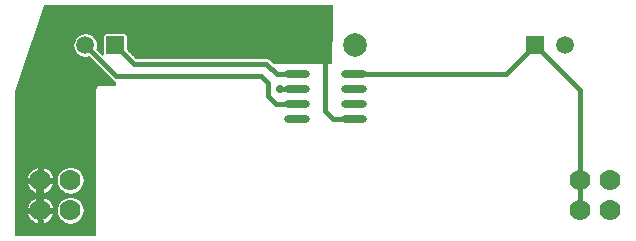
<source format=gbl>
%FSLAX33Y33*%
%MOMM*%
%AMRect-W1500000-H1500000-RO1.000*
21,1,1.5,1.5,0.,0.,180*%
%AMRR-H2200001-W599999-R299999-RO0.500*
21,1,0.000001,2.200001,0.,0.,270*
21,1,0.599999,1.600003,0.,0.,270*
1,1,0.599998,0.8000015,0.0000005*
1,1,0.599998,0.8000015,-0.0000005*
1,1,0.599998,-0.8000015,-0.0000005*
1,1,0.599998,-0.8000015,0.0000005*%
%ADD10C,0.0508*%
%ADD11C,0.4064*%
%ADD12C,0.635*%
%ADD13C,0.7112*%
%ADD14R,2.X2.*%
%ADD15C,2.*%
%ADD16R,1.5X1.5*%
%ADD17C,1.5*%
%ADD18C,1.778*%
%ADD19C,1.5*%
%ADD20Rect-W1500000-H1500000-RO1.000*%
%ADD21RR-H2200001-W599999-R299999-RO0.500*%
D10*
%LNpour fill*%
G01*
X7174Y12700D02*
X7174Y12700D01*
X7174Y12700*
X7183Y12787*
X7183Y12787*
X7208Y12871*
X7208Y12871*
X7249Y12948*
X7249Y12948*
X7305Y13015*
X7305Y13015*
X7372Y13071*
X7372Y13071*
X7449Y13112*
X7449Y13112*
X7533Y13137*
X7533Y13137*
X7620Y13146*
X7620Y13146*
X8890Y13146*
X8890Y13423*
X8816Y13445*
X8816Y13445*
X8737Y13487*
X8737Y13487*
X8667Y13544*
X8667Y13544*
X6654Y15557*
X6471Y15512*
X6471Y15512*
X6229Y15512*
X6229Y15512*
X5994Y15570*
X5994Y15570*
X5779Y15683*
X5779Y15683*
X5598Y15843*
X5598Y15843*
X5460Y16043*
X5460Y16043*
X5374Y16269*
X5374Y16269*
X5345Y16510*
X5345Y16510*
X5374Y16751*
X5374Y16751*
X5460Y16977*
X5460Y16977*
X5598Y17177*
X5598Y17177*
X5779Y17337*
X5779Y17337*
X5994Y17450*
X5994Y17450*
X6229Y17508*
X6229Y17508*
X6471Y17508*
X6471Y17508*
X6706Y17450*
X6706Y17450*
X6921Y17337*
X6921Y17337*
X7102Y17177*
X7102Y17177*
X7240Y16977*
X7240Y16977*
X7326Y16751*
X7326Y16751*
X7355Y16510*
X7355Y16510*
X7326Y16269*
X7326Y16269*
X7302Y16206*
X7807Y15702*
X7885Y15734*
X7885Y17260*
X7885Y17260*
X7888Y17300*
X7888Y17300*
X7897Y17339*
X7897Y17339*
X7913Y17376*
X7913Y17376*
X7933Y17410*
X7934Y17410*
X7960Y17440*
X7960Y17440*
X7990Y17466*
X7990Y17467*
X8024Y17487*
X8024Y17487*
X8061Y17503*
X8061Y17503*
X8100Y17512*
X8100Y17512*
X8140Y17515*
X8140Y17515*
X9640Y17515*
X9640Y17515*
X9680Y17512*
X9680Y17512*
X9719Y17503*
X9719Y17503*
X9756Y17487*
X9756Y17487*
X9790Y17467*
X9790Y17466*
X9820Y17440*
X9820Y17440*
X9846Y17410*
X9847Y17410*
X9867Y17376*
X9867Y17376*
X9883Y17339*
X9883Y17339*
X9892Y17300*
X9892Y17300*
X9895Y17260*
X9895Y17260*
X9895Y16153*
X10655Y15394*
X21692Y15394*
X21692Y15394*
X21781Y15385*
X21781Y15385*
X21867Y15359*
X21867Y15359*
X21946Y15316*
X21946Y15316*
X22016Y15259*
X22016Y15259*
X22289Y14986*
X27178Y14986*
X27249Y19874*
X2861Y19874*
X0446Y12628*
X0446Y0446*
X7174Y0446*
X7174Y12700*
X5218Y3944D02*
X4942Y3944D01*
X4674Y4010*
X4430Y4139*
X4224Y4321*
X4067Y4548*
X3969Y4806*
X3936Y5080*
X3969Y5354*
X4067Y5612*
X4224Y5839*
X4430Y6021*
X4674Y6150*
X4942Y6216*
X5218Y6216*
X5486Y6150*
X5730Y6021*
X5936Y5839*
X6093Y5612*
X6191Y5354*
X6224Y5080*
X6191Y4806*
X6093Y4548*
X5936Y4321*
X5730Y4139*
X5486Y4010*
X5218Y3944*
X2740Y3960D02*
X2740Y4261D01*
X2340Y4261*
X2340Y3960*
X2134Y4010*
X1890Y4139*
X1684Y4321*
X1527Y4548*
X1429Y4806*
X1420Y4880*
X1714Y4880*
X1714Y5280*
X1420Y5280*
X1429Y5354*
X1527Y5612*
X1684Y5839*
X1890Y6021*
X2134Y6150*
X2340Y6200*
X2340Y5899*
X2740Y5899*
X2740Y6200*
X2946Y6150*
X3190Y6021*
X3396Y5839*
X3553Y5612*
X3651Y5354*
X3660Y5280*
X3365Y5280*
X3365Y4880*
X3660Y4880*
X3651Y4806*
X3553Y4548*
X3396Y4321*
X3190Y4139*
X2946Y4010*
X2740Y3960*
X5218Y1404D02*
X4942Y1404D01*
X4674Y1470*
X4430Y1599*
X4224Y1781*
X4067Y2008*
X3969Y2266*
X3936Y2540*
X3969Y2814*
X4067Y3072*
X4224Y3299*
X4430Y3481*
X4674Y3610*
X4942Y3676*
X5218Y3676*
X5486Y3610*
X5730Y3481*
X5936Y3299*
X6093Y3072*
X6191Y2814*
X6224Y2540*
X6191Y2266*
X6093Y2008*
X5936Y1781*
X5730Y1599*
X5486Y1470*
X5218Y1404*
X2740Y1420D02*
X2740Y1721D01*
X2340Y1721*
X2340Y1420*
X2134Y1470*
X1890Y1599*
X1684Y1781*
X1527Y2008*
X1429Y2266*
X1420Y2340*
X1714Y2340*
X1714Y2740*
X1420Y2740*
X1429Y2814*
X1527Y3072*
X1684Y3299*
X1890Y3481*
X2134Y3610*
X2340Y3660*
X2340Y3359*
X2740Y3359*
X2740Y3660*
X2946Y3610*
X3190Y3481*
X3396Y3299*
X3553Y3072*
X3651Y2814*
X3660Y2740*
X3365Y2740*
X3365Y2340*
X3660Y2340*
X3651Y2266*
X3553Y2008*
X3396Y1781*
X3190Y1599*
X2946Y1470*
X2740Y1420*
X0446Y0495D02*
X7175Y0495D01*
X0446Y0545D02*
X7175Y0545D01*
X0446Y0594D02*
X7175Y0594D01*
X0446Y0644D02*
X7175Y0644D01*
X0446Y0693D02*
X7175Y0693D01*
X0446Y0743D02*
X7175Y0743D01*
X0446Y0792D02*
X7175Y0792D01*
X0446Y0842D02*
X7175Y0842D01*
X0446Y0891D02*
X7175Y0891D01*
X0446Y0941D02*
X7175Y0941D01*
X0446Y0990D02*
X7175Y0990D01*
X0446Y1040D02*
X7175Y1040D01*
X0446Y1089D02*
X7175Y1089D01*
X0446Y1139D02*
X7175Y1139D01*
X0446Y1188D02*
X7175Y1188D01*
X0446Y1238D02*
X7175Y1238D01*
X0446Y1288D02*
X7175Y1288D01*
X0446Y1337D02*
X7175Y1337D01*
X0446Y1387D02*
X7175Y1387D01*
X0446Y1436D02*
X2272Y1436D01*
X2340Y1436D02*
X2740Y1436D01*
X2808Y1436D02*
X4812Y1436D01*
X5348Y1436D02*
X7175Y1436D01*
X0446Y1486D02*
X2105Y1486D01*
X2340Y1486D02*
X2740Y1486D01*
X2975Y1486D02*
X4645Y1486D01*
X5515Y1486D02*
X7175Y1486D01*
X0446Y1535D02*
X2010Y1535D01*
X2340Y1535D02*
X2740Y1535D01*
X3070Y1535D02*
X4550Y1535D01*
X5610Y1535D02*
X7175Y1535D01*
X0446Y1585D02*
X1916Y1585D01*
X2340Y1585D02*
X2740Y1585D01*
X3164Y1585D02*
X4456Y1585D01*
X5704Y1585D02*
X7175Y1585D01*
X0446Y1634D02*
X1849Y1634D01*
X2340Y1634D02*
X2740Y1634D01*
X3231Y1634D02*
X4389Y1634D01*
X5771Y1634D02*
X7175Y1634D01*
X0446Y1684D02*
X1794Y1684D01*
X2340Y1684D02*
X2740Y1684D01*
X3286Y1684D02*
X4334Y1684D01*
X5826Y1684D02*
X7175Y1684D01*
X0446Y1733D02*
X1738Y1733D01*
X3342Y1733D02*
X4278Y1733D01*
X5882Y1733D02*
X7175Y1733D01*
X0446Y1783D02*
X1682Y1783D01*
X3398Y1783D02*
X4222Y1783D01*
X5938Y1783D02*
X7175Y1783D01*
X0446Y1832D02*
X1648Y1832D01*
X3432Y1832D02*
X4188Y1832D01*
X5972Y1832D02*
X7175Y1832D01*
X0446Y1882D02*
X1614Y1882D01*
X3466Y1882D02*
X4154Y1882D01*
X6006Y1882D02*
X7175Y1882D01*
X0446Y1931D02*
X1580Y1931D01*
X3500Y1931D02*
X4120Y1931D01*
X6040Y1931D02*
X7175Y1931D01*
X0446Y1981D02*
X1546Y1981D01*
X3534Y1981D02*
X4086Y1981D01*
X6074Y1981D02*
X7175Y1981D01*
X0446Y2030D02*
X1518Y2030D01*
X3562Y2030D02*
X4058Y2030D01*
X6102Y2030D02*
X7175Y2030D01*
X0446Y2080D02*
X1500Y2080D01*
X3580Y2080D02*
X4040Y2080D01*
X6120Y2080D02*
X7175Y2080D01*
X0446Y2130D02*
X1481Y2130D01*
X3599Y2130D02*
X4021Y2130D01*
X6139Y2130D02*
X7175Y2130D01*
X0446Y2179D02*
X1462Y2179D01*
X3618Y2179D02*
X4002Y2179D01*
X6158Y2179D02*
X7175Y2179D01*
X0446Y2229D02*
X1443Y2229D01*
X3637Y2229D02*
X3983Y2229D01*
X6177Y2229D02*
X7175Y2229D01*
X0446Y2278D02*
X1428Y2278D01*
X3652Y2278D02*
X3968Y2278D01*
X6192Y2278D02*
X7175Y2278D01*
X0446Y2328D02*
X1422Y2328D01*
X3658Y2328D02*
X3962Y2328D01*
X6198Y2328D02*
X7175Y2328D01*
X0446Y2377D02*
X1714Y2377D01*
X3366Y2377D02*
X3956Y2377D01*
X6204Y2377D02*
X7175Y2377D01*
X0446Y2427D02*
X1714Y2427D01*
X3366Y2427D02*
X3950Y2427D01*
X6210Y2427D02*
X7175Y2427D01*
X0446Y2476D02*
X1714Y2476D01*
X3366Y2476D02*
X3943Y2476D01*
X6217Y2476D02*
X7175Y2476D01*
X0446Y2526D02*
X1714Y2526D01*
X3366Y2526D02*
X3937Y2526D01*
X6223Y2526D02*
X7175Y2526D01*
X0446Y2575D02*
X1714Y2575D01*
X3366Y2575D02*
X3940Y2575D01*
X6220Y2575D02*
X7175Y2575D01*
X0446Y2625D02*
X1714Y2625D01*
X3366Y2625D02*
X3946Y2625D01*
X6214Y2625D02*
X7175Y2625D01*
X0446Y2674D02*
X1714Y2674D01*
X3366Y2674D02*
X3952Y2674D01*
X6208Y2674D02*
X7175Y2674D01*
X0446Y2724D02*
X1714Y2724D01*
X3366Y2724D02*
X3958Y2724D01*
X6202Y2724D02*
X7175Y2724D01*
X0446Y2773D02*
X1424Y2773D01*
X3656Y2773D02*
X3964Y2773D01*
X6196Y2773D02*
X7175Y2773D01*
X0446Y2823D02*
X1432Y2823D01*
X3648Y2823D02*
X3972Y2823D01*
X6188Y2823D02*
X7175Y2823D01*
X0446Y2872D02*
X1451Y2872D01*
X3629Y2872D02*
X3991Y2872D01*
X6169Y2872D02*
X7175Y2872D01*
X0446Y2922D02*
X1470Y2922D01*
X3610Y2922D02*
X4010Y2922D01*
X6150Y2922D02*
X7175Y2922D01*
X0446Y2972D02*
X1489Y2972D01*
X3591Y2972D02*
X4029Y2972D01*
X6131Y2972D02*
X7175Y2972D01*
X0446Y3021D02*
X1508Y3021D01*
X3572Y3021D02*
X4048Y3021D01*
X6112Y3021D02*
X7175Y3021D01*
X0446Y3071D02*
X1526Y3071D01*
X3554Y3071D02*
X4066Y3071D01*
X6094Y3071D02*
X7175Y3071D01*
X0446Y3120D02*
X1560Y3120D01*
X3520Y3120D02*
X4100Y3120D01*
X6060Y3120D02*
X7175Y3120D01*
X0446Y3170D02*
X1594Y3170D01*
X3486Y3170D02*
X4134Y3170D01*
X6026Y3170D02*
X7175Y3170D01*
X0446Y3219D02*
X1629Y3219D01*
X3451Y3219D02*
X4169Y3219D01*
X5991Y3219D02*
X7175Y3219D01*
X0446Y3269D02*
X1663Y3269D01*
X3417Y3269D02*
X4203Y3269D01*
X5957Y3269D02*
X7175Y3269D01*
X0446Y3318D02*
X1705Y3318D01*
X3375Y3318D02*
X4245Y3318D01*
X5915Y3318D02*
X7175Y3318D01*
X0446Y3368D02*
X1761Y3368D01*
X2340Y3368D02*
X2740Y3368D01*
X3319Y3368D02*
X4301Y3368D01*
X5859Y3368D02*
X7175Y3368D01*
X0446Y3417D02*
X1817Y3417D01*
X2340Y3417D02*
X2740Y3417D01*
X3263Y3417D02*
X4357Y3417D01*
X5803Y3417D02*
X7175Y3417D01*
X0446Y3467D02*
X1873Y3467D01*
X2340Y3467D02*
X2740Y3467D01*
X3207Y3467D02*
X4413Y3467D01*
X5747Y3467D02*
X7175Y3467D01*
X0446Y3516D02*
X1956Y3516D01*
X2340Y3516D02*
X2740Y3516D01*
X3124Y3516D02*
X4496Y3516D01*
X5664Y3516D02*
X7175Y3516D01*
X0446Y3566D02*
X2050Y3566D01*
X2340Y3566D02*
X2740Y3566D01*
X3030Y3566D02*
X4590Y3566D01*
X5570Y3566D02*
X7175Y3566D01*
X0446Y3615D02*
X2157Y3615D01*
X2340Y3615D02*
X2740Y3615D01*
X2923Y3615D02*
X4697Y3615D01*
X5463Y3615D02*
X7175Y3615D01*
X0446Y3665D02*
X4898Y3665D01*
X5262Y3665D02*
X7175Y3665D01*
X0446Y3714D02*
X7175Y3714D01*
X0446Y3764D02*
X7175Y3764D01*
X0446Y3814D02*
X7175Y3814D01*
X0446Y3863D02*
X7175Y3863D01*
X0446Y3913D02*
X7175Y3913D01*
X0446Y3962D02*
X2329Y3962D01*
X2340Y3962D02*
X2740Y3962D01*
X2751Y3962D02*
X4869Y3962D01*
X5291Y3962D02*
X7175Y3962D01*
X0446Y4012D02*
X2131Y4012D01*
X2340Y4012D02*
X2740Y4012D01*
X2949Y4012D02*
X4671Y4012D01*
X5489Y4012D02*
X7175Y4012D01*
X0446Y4061D02*
X2037Y4061D01*
X2340Y4061D02*
X2740Y4061D01*
X3043Y4061D02*
X4577Y4061D01*
X5583Y4061D02*
X7175Y4061D01*
X0446Y4111D02*
X1943Y4111D01*
X2340Y4111D02*
X2740Y4111D01*
X3137Y4111D02*
X4483Y4111D01*
X5677Y4111D02*
X7175Y4111D01*
X0446Y4160D02*
X1865Y4160D01*
X2340Y4160D02*
X2740Y4160D01*
X3215Y4160D02*
X4405Y4160D01*
X5755Y4160D02*
X7175Y4160D01*
X0446Y4210D02*
X1809Y4210D01*
X2340Y4210D02*
X2740Y4210D01*
X3271Y4210D02*
X4349Y4210D01*
X5811Y4210D02*
X7175Y4210D01*
X0446Y4259D02*
X1753Y4259D01*
X2340Y4259D02*
X2740Y4259D01*
X3327Y4259D02*
X4293Y4259D01*
X5867Y4259D02*
X7175Y4259D01*
X0446Y4309D02*
X1697Y4309D01*
X3383Y4309D02*
X4237Y4309D01*
X5923Y4309D02*
X7175Y4309D01*
X0446Y4358D02*
X1658Y4358D01*
X3422Y4358D02*
X4198Y4358D01*
X5962Y4358D02*
X7175Y4358D01*
X0446Y4408D02*
X1624Y4408D01*
X3456Y4408D02*
X4164Y4408D01*
X5996Y4408D02*
X7175Y4408D01*
X0446Y4457D02*
X1589Y4457D01*
X3491Y4457D02*
X4129Y4457D01*
X6031Y4457D02*
X7175Y4457D01*
X0446Y4507D02*
X1555Y4507D01*
X3525Y4507D02*
X4095Y4507D01*
X6065Y4507D02*
X7175Y4507D01*
X0446Y4556D02*
X1524Y4556D01*
X3556Y4556D02*
X4064Y4556D01*
X6096Y4556D02*
X7175Y4556D01*
X0446Y4606D02*
X1505Y4606D01*
X3575Y4606D02*
X4045Y4606D01*
X6115Y4606D02*
X7175Y4606D01*
X0446Y4656D02*
X1486Y4656D01*
X3594Y4656D02*
X4026Y4656D01*
X6134Y4656D02*
X7175Y4656D01*
X0446Y4705D02*
X1467Y4705D01*
X3613Y4705D02*
X4007Y4705D01*
X6153Y4705D02*
X7175Y4705D01*
X0446Y4755D02*
X1449Y4755D01*
X3631Y4755D02*
X3989Y4755D01*
X6171Y4755D02*
X7175Y4755D01*
X0446Y4804D02*
X1430Y4804D01*
X3650Y4804D02*
X3970Y4804D01*
X6190Y4804D02*
X7175Y4804D01*
X0446Y4854D02*
X1423Y4854D01*
X3657Y4854D02*
X3963Y4854D01*
X6197Y4854D02*
X7175Y4854D01*
X0446Y4903D02*
X1714Y4903D01*
X3366Y4903D02*
X3957Y4903D01*
X6203Y4903D02*
X7175Y4903D01*
X0446Y4953D02*
X1714Y4953D01*
X3366Y4953D02*
X3951Y4953D01*
X6209Y4953D02*
X7175Y4953D01*
X0446Y5002D02*
X1714Y5002D01*
X3366Y5002D02*
X3945Y5002D01*
X6215Y5002D02*
X7175Y5002D01*
X0446Y5052D02*
X1714Y5052D01*
X3366Y5052D02*
X3939Y5052D01*
X6221Y5052D02*
X7175Y5052D01*
X0446Y5101D02*
X1714Y5101D01*
X3366Y5101D02*
X3938Y5101D01*
X6222Y5101D02*
X7175Y5101D01*
X0446Y5151D02*
X1714Y5151D01*
X3366Y5151D02*
X3944Y5151D01*
X6216Y5151D02*
X7175Y5151D01*
X0446Y5200D02*
X1714Y5200D01*
X3366Y5200D02*
X3950Y5200D01*
X6210Y5200D02*
X7175Y5200D01*
X0446Y5250D02*
X1714Y5250D01*
X3366Y5250D02*
X3956Y5250D01*
X6204Y5250D02*
X7175Y5250D01*
X0446Y5299D02*
X1422Y5299D01*
X3658Y5299D02*
X3962Y5299D01*
X6198Y5299D02*
X7175Y5299D01*
X0446Y5349D02*
X1428Y5349D01*
X3652Y5349D02*
X3968Y5349D01*
X6192Y5349D02*
X7175Y5349D01*
X0446Y5399D02*
X1446Y5399D01*
X3634Y5399D02*
X3986Y5399D01*
X6174Y5399D02*
X7175Y5399D01*
X0446Y5448D02*
X1465Y5448D01*
X3615Y5448D02*
X4005Y5448D01*
X6155Y5448D02*
X7175Y5448D01*
X0446Y5498D02*
X1484Y5498D01*
X3596Y5498D02*
X4024Y5498D01*
X6136Y5498D02*
X7175Y5498D01*
X0446Y5547D02*
X1502Y5547D01*
X3578Y5547D02*
X4042Y5547D01*
X6118Y5547D02*
X7175Y5547D01*
X0446Y5597D02*
X1521Y5597D01*
X3559Y5597D02*
X4061Y5597D01*
X6099Y5597D02*
X7175Y5597D01*
X0446Y5646D02*
X1551Y5646D01*
X3529Y5646D02*
X4091Y5646D01*
X6069Y5646D02*
X7175Y5646D01*
X0446Y5696D02*
X1585Y5696D01*
X3495Y5696D02*
X4125Y5696D01*
X6035Y5696D02*
X7175Y5696D01*
X0446Y5745D02*
X1619Y5745D01*
X3461Y5745D02*
X4159Y5745D01*
X6001Y5745D02*
X7175Y5745D01*
X0446Y5795D02*
X1653Y5795D01*
X3427Y5795D02*
X4193Y5795D01*
X5967Y5795D02*
X7175Y5795D01*
X0446Y5844D02*
X1690Y5844D01*
X3390Y5844D02*
X4230Y5844D01*
X5930Y5844D02*
X7175Y5844D01*
X0446Y5894D02*
X1746Y5894D01*
X3334Y5894D02*
X4286Y5894D01*
X5874Y5894D02*
X7175Y5894D01*
X0446Y5943D02*
X1802Y5943D01*
X2340Y5943D02*
X2740Y5943D01*
X3278Y5943D02*
X4342Y5943D01*
X5818Y5943D02*
X7175Y5943D01*
X0446Y5993D02*
X1857Y5993D01*
X2340Y5993D02*
X2740Y5993D01*
X3223Y5993D02*
X4397Y5993D01*
X5763Y5993D02*
X7175Y5993D01*
X0446Y6042D02*
X1929Y6042D01*
X2340Y6042D02*
X2740Y6042D01*
X3151Y6042D02*
X4469Y6042D01*
X5691Y6042D02*
X7175Y6042D01*
X0446Y6092D02*
X2024Y6092D01*
X2340Y6092D02*
X2740Y6092D01*
X3056Y6092D02*
X4564Y6092D01*
X5596Y6092D02*
X7175Y6092D01*
X0446Y6141D02*
X2118Y6141D01*
X2340Y6141D02*
X2740Y6141D01*
X2962Y6141D02*
X4658Y6141D01*
X5502Y6141D02*
X7175Y6141D01*
X0446Y6191D02*
X2301Y6191D01*
X2340Y6191D02*
X2740Y6191D01*
X2779Y6191D02*
X4841Y6191D01*
X5319Y6191D02*
X7175Y6191D01*
X0446Y6241D02*
X7175Y6241D01*
X0446Y6290D02*
X7175Y6290D01*
X0446Y6340D02*
X7175Y6340D01*
X0446Y6389D02*
X7175Y6389D01*
X0446Y6439D02*
X7175Y6439D01*
X0446Y6488D02*
X7175Y6488D01*
X0446Y6538D02*
X7175Y6538D01*
X0446Y6587D02*
X7175Y6587D01*
X0446Y6637D02*
X7175Y6637D01*
X0446Y6686D02*
X7175Y6686D01*
X0446Y6736D02*
X7175Y6736D01*
X0446Y6785D02*
X7175Y6785D01*
X0446Y6835D02*
X7175Y6835D01*
X0446Y6884D02*
X7175Y6884D01*
X0446Y6934D02*
X7175Y6934D01*
X0446Y6983D02*
X7175Y6983D01*
X0446Y7033D02*
X7175Y7033D01*
X0446Y7083D02*
X7175Y7083D01*
X0446Y7132D02*
X7175Y7132D01*
X0446Y7182D02*
X7175Y7182D01*
X0446Y7231D02*
X7175Y7231D01*
X0446Y7281D02*
X7175Y7281D01*
X0446Y7330D02*
X7175Y7330D01*
X0446Y7380D02*
X7175Y7380D01*
X0446Y7429D02*
X7175Y7429D01*
X0446Y7479D02*
X7175Y7479D01*
X0446Y7528D02*
X7175Y7528D01*
X0446Y7578D02*
X7175Y7578D01*
X0446Y7627D02*
X7175Y7627D01*
X0446Y7677D02*
X7175Y7677D01*
X0446Y7726D02*
X7175Y7726D01*
X0446Y7776D02*
X7175Y7776D01*
X0446Y7825D02*
X7175Y7825D01*
X0446Y7875D02*
X7175Y7875D01*
X0446Y7925D02*
X7175Y7925D01*
X0446Y7974D02*
X7175Y7974D01*
X0446Y8024D02*
X7175Y8024D01*
X0446Y8073D02*
X7175Y8073D01*
X0446Y8123D02*
X7175Y8123D01*
X0446Y8172D02*
X7175Y8172D01*
X0446Y8222D02*
X7175Y8222D01*
X0446Y8271D02*
X7175Y8271D01*
X0446Y8321D02*
X7175Y8321D01*
X0446Y8370D02*
X7175Y8370D01*
X0446Y8420D02*
X7175Y8420D01*
X0446Y8469D02*
X7175Y8469D01*
X0446Y8519D02*
X7175Y8519D01*
X0446Y8568D02*
X7175Y8568D01*
X0446Y8618D02*
X7175Y8618D01*
X0446Y8667D02*
X7175Y8667D01*
X0446Y8717D02*
X7175Y8717D01*
X0446Y8767D02*
X7175Y8767D01*
X0446Y8816D02*
X7175Y8816D01*
X0446Y8866D02*
X7175Y8866D01*
X0446Y8915D02*
X7175Y8915D01*
X0446Y8965D02*
X7175Y8965D01*
X0446Y9014D02*
X7175Y9014D01*
X0446Y9064D02*
X7175Y9064D01*
X0446Y9113D02*
X7175Y9113D01*
X0446Y9163D02*
X7175Y9163D01*
X0446Y9212D02*
X7175Y9212D01*
X0446Y9262D02*
X7175Y9262D01*
X0446Y9311D02*
X7175Y9311D01*
X0446Y9361D02*
X7175Y9361D01*
X0446Y9410D02*
X7175Y9410D01*
X0446Y9460D02*
X7175Y9460D01*
X0446Y9509D02*
X7175Y9509D01*
X0446Y9559D02*
X7175Y9559D01*
X0446Y9609D02*
X7175Y9609D01*
X0446Y9658D02*
X7175Y9658D01*
X0446Y9708D02*
X7175Y9708D01*
X0446Y9757D02*
X7175Y9757D01*
X0446Y9807D02*
X7175Y9807D01*
X0446Y9856D02*
X7175Y9856D01*
X0446Y9906D02*
X7175Y9906D01*
X0446Y9955D02*
X7175Y9955D01*
X0446Y10005D02*
X7175Y10005D01*
X0446Y10054D02*
X7175Y10054D01*
X0446Y10104D02*
X7175Y10104D01*
X0446Y10153D02*
X7175Y10153D01*
X0446Y10203D02*
X7175Y10203D01*
X0446Y10252D02*
X7175Y10252D01*
X0446Y10302D02*
X7175Y10302D01*
X0446Y10352D02*
X7175Y10352D01*
X0446Y10401D02*
X7175Y10401D01*
X0446Y10451D02*
X7175Y10451D01*
X0446Y10500D02*
X7175Y10500D01*
X0446Y10550D02*
X7175Y10550D01*
X0446Y10599D02*
X7175Y10599D01*
X0446Y10649D02*
X7175Y10649D01*
X0446Y10698D02*
X7175Y10698D01*
X0446Y10748D02*
X7175Y10748D01*
X0446Y10797D02*
X7175Y10797D01*
X0446Y10847D02*
X7175Y10847D01*
X0446Y10896D02*
X7175Y10896D01*
X0446Y10946D02*
X7175Y10946D01*
X0446Y10995D02*
X7175Y10995D01*
X0446Y11045D02*
X7175Y11045D01*
X0446Y11094D02*
X7175Y11094D01*
X0446Y11144D02*
X7175Y11144D01*
X0446Y11194D02*
X7175Y11194D01*
X0446Y11243D02*
X7175Y11243D01*
X0446Y11293D02*
X7175Y11293D01*
X0446Y11342D02*
X7175Y11342D01*
X0446Y11392D02*
X7175Y11392D01*
X0446Y11441D02*
X7175Y11441D01*
X0446Y11491D02*
X7175Y11491D01*
X0446Y11540D02*
X7175Y11540D01*
X0446Y11590D02*
X7175Y11590D01*
X0446Y11639D02*
X7175Y11639D01*
X0446Y11689D02*
X7175Y11689D01*
X0446Y11738D02*
X7175Y11738D01*
X0446Y11788D02*
X7175Y11788D01*
X0446Y11837D02*
X7175Y11837D01*
X0446Y11887D02*
X7175Y11887D01*
X0446Y11936D02*
X7175Y11936D01*
X0446Y11986D02*
X7175Y11986D01*
X0446Y12036D02*
X7175Y12036D01*
X0446Y12085D02*
X7175Y12085D01*
X0446Y12135D02*
X7175Y12135D01*
X0446Y12184D02*
X7175Y12184D01*
X0446Y12234D02*
X7175Y12234D01*
X0446Y12283D02*
X7175Y12283D01*
X0446Y12333D02*
X7175Y12333D01*
X0446Y12382D02*
X7175Y12382D01*
X0446Y12432D02*
X7175Y12432D01*
X0446Y12481D02*
X7175Y12481D01*
X0446Y12531D02*
X7175Y12531D01*
X0446Y12580D02*
X7175Y12580D01*
X0446Y12630D02*
X7175Y12630D01*
X0463Y12679D02*
X7175Y12679D01*
X0479Y12729D02*
X7177Y12729D01*
X0496Y12778D02*
X7182Y12778D01*
X0512Y12828D02*
X7196Y12828D01*
X0529Y12878D02*
X7212Y12878D01*
X0545Y12927D02*
X7239Y12927D01*
X0562Y12977D02*
X7273Y12977D01*
X0578Y13026D02*
X7319Y13026D01*
X0595Y13076D02*
X7382Y13076D01*
X0611Y13125D02*
X7494Y13125D01*
X0628Y13175D02*
X8890Y13175D01*
X0644Y13224D02*
X8890Y13224D01*
X0661Y13274D02*
X8890Y13274D01*
X0677Y13323D02*
X8890Y13323D01*
X0694Y13373D02*
X8890Y13373D01*
X0710Y13422D02*
X8890Y13422D01*
X0727Y13472D02*
X8766Y13472D01*
X0743Y13521D02*
X8696Y13521D01*
X0760Y13571D02*
X8641Y13571D01*
X0776Y13620D02*
X8592Y13620D01*
X0793Y13670D02*
X8542Y13670D01*
X0809Y13720D02*
X8492Y13720D01*
X0826Y13769D02*
X8443Y13769D01*
X0842Y13819D02*
X8393Y13819D01*
X0859Y13868D02*
X8344Y13868D01*
X0875Y13918D02*
X8294Y13918D01*
X0892Y13967D02*
X8245Y13967D01*
X0909Y14017D02*
X8195Y14017D01*
X0925Y14066D02*
X8146Y14066D01*
X0942Y14116D02*
X8096Y14116D01*
X0958Y14165D02*
X8047Y14165D01*
X0975Y14215D02*
X7997Y14215D01*
X0991Y14264D02*
X7948Y14264D01*
X1008Y14314D02*
X7898Y14314D01*
X1024Y14363D02*
X7849Y14363D01*
X1041Y14413D02*
X7799Y14413D01*
X1057Y14462D02*
X7750Y14462D01*
X1074Y14512D02*
X7700Y14512D01*
X1090Y14562D02*
X7650Y14562D01*
X1107Y14611D02*
X7601Y14611D01*
X1123Y14661D02*
X7551Y14661D01*
X1140Y14710D02*
X7502Y14710D01*
X1156Y14760D02*
X7452Y14760D01*
X1173Y14809D02*
X7403Y14809D01*
X1189Y14859D02*
X7353Y14859D01*
X1206Y14908D02*
X7304Y14908D01*
X1222Y14958D02*
X7254Y14958D01*
X1239Y15007D02*
X7205Y15007D01*
X22267Y15007D02*
X27178Y15007D01*
X1255Y15057D02*
X7155Y15057D01*
X22218Y15057D02*
X27179Y15057D01*
X1272Y15106D02*
X7106Y15106D01*
X22168Y15106D02*
X27180Y15106D01*
X1288Y15156D02*
X7056Y15156D01*
X22119Y15156D02*
X27180Y15156D01*
X1305Y15205D02*
X7007Y15205D01*
X22069Y15205D02*
X27181Y15205D01*
X1321Y15255D02*
X6957Y15255D01*
X22020Y15255D02*
X27182Y15255D01*
X1338Y15305D02*
X6908Y15305D01*
X21960Y15305D02*
X27183Y15305D01*
X1354Y15354D02*
X6858Y15354D01*
X21875Y15354D02*
X27183Y15354D01*
X1371Y15404D02*
X6808Y15404D01*
X10644Y15404D02*
X27184Y15404D01*
X1387Y15453D02*
X6759Y15453D01*
X10595Y15453D02*
X27185Y15453D01*
X1404Y15503D02*
X6709Y15503D01*
X10545Y15503D02*
X27186Y15503D01*
X1420Y15552D02*
X6067Y15552D01*
X6633Y15552D02*
X6660Y15552D01*
X10496Y15552D02*
X27186Y15552D01*
X1437Y15602D02*
X5934Y15602D01*
X10446Y15602D02*
X27187Y15602D01*
X1453Y15651D02*
X5839Y15651D01*
X10397Y15651D02*
X27188Y15651D01*
X1470Y15701D02*
X5759Y15701D01*
X10347Y15701D02*
X27188Y15701D01*
X1486Y15750D02*
X5703Y15750D01*
X7758Y15750D02*
X7885Y15750D01*
X10298Y15750D02*
X27189Y15750D01*
X1503Y15800D02*
X5647Y15800D01*
X7708Y15800D02*
X7885Y15800D01*
X10248Y15800D02*
X27190Y15800D01*
X1519Y15849D02*
X5594Y15849D01*
X7659Y15849D02*
X7885Y15849D01*
X10199Y15849D02*
X27191Y15849D01*
X1536Y15899D02*
X5560Y15899D01*
X7609Y15899D02*
X7885Y15899D01*
X10149Y15899D02*
X27191Y15899D01*
X1552Y15948D02*
X5525Y15948D01*
X7560Y15948D02*
X7885Y15948D01*
X10100Y15948D02*
X27192Y15948D01*
X1569Y15998D02*
X5491Y15998D01*
X7510Y15998D02*
X7885Y15998D01*
X10050Y15998D02*
X27193Y15998D01*
X1585Y16047D02*
X5458Y16047D01*
X7461Y16047D02*
X7885Y16047D01*
X10001Y16047D02*
X27193Y16047D01*
X1602Y16097D02*
X5440Y16097D01*
X7411Y16097D02*
X7885Y16097D01*
X9951Y16097D02*
X27194Y16097D01*
X1618Y16147D02*
X5421Y16147D01*
X7361Y16147D02*
X7885Y16147D01*
X9901Y16147D02*
X27195Y16147D01*
X1635Y16196D02*
X5402Y16196D01*
X7312Y16196D02*
X7885Y16196D01*
X9895Y16196D02*
X27196Y16196D01*
X1651Y16246D02*
X5383Y16246D01*
X7317Y16246D02*
X7885Y16246D01*
X9895Y16246D02*
X27196Y16246D01*
X1668Y16295D02*
X5371Y16295D01*
X7329Y16295D02*
X7885Y16295D01*
X9895Y16295D02*
X27197Y16295D01*
X1684Y16345D02*
X5365Y16345D01*
X7335Y16345D02*
X7885Y16345D01*
X9895Y16345D02*
X27198Y16345D01*
X1701Y16394D02*
X5359Y16394D01*
X7341Y16394D02*
X7885Y16394D01*
X9895Y16394D02*
X27199Y16394D01*
X1717Y16444D02*
X5353Y16444D01*
X7347Y16444D02*
X7885Y16444D01*
X9895Y16444D02*
X27199Y16444D01*
X1734Y16493D02*
X5347Y16493D01*
X7353Y16493D02*
X7885Y16493D01*
X9895Y16493D02*
X27200Y16493D01*
X1751Y16543D02*
X5349Y16543D01*
X7351Y16543D02*
X7885Y16543D01*
X9895Y16543D02*
X27201Y16543D01*
X1767Y16592D02*
X5355Y16592D01*
X7345Y16592D02*
X7885Y16592D01*
X9895Y16592D02*
X27201Y16592D01*
X1784Y16642D02*
X5361Y16642D01*
X7339Y16642D02*
X7885Y16642D01*
X9895Y16642D02*
X27202Y16642D01*
X1800Y16691D02*
X5367Y16691D01*
X7333Y16691D02*
X7885Y16691D01*
X9895Y16691D02*
X27203Y16691D01*
X1817Y16741D02*
X5373Y16741D01*
X7327Y16741D02*
X7885Y16741D01*
X9895Y16741D02*
X27204Y16741D01*
X1833Y16790D02*
X5389Y16790D01*
X7311Y16790D02*
X7885Y16790D01*
X9895Y16790D02*
X27204Y16790D01*
X1850Y16840D02*
X5408Y16840D01*
X7292Y16840D02*
X7885Y16840D01*
X9895Y16840D02*
X27205Y16840D01*
X1866Y16889D02*
X5427Y16889D01*
X7273Y16889D02*
X7885Y16889D01*
X9895Y16889D02*
X27206Y16889D01*
X1883Y16939D02*
X5446Y16939D01*
X7254Y16939D02*
X7885Y16939D01*
X9895Y16939D02*
X27206Y16939D01*
X1899Y16989D02*
X5468Y16989D01*
X7232Y16989D02*
X7885Y16989D01*
X9895Y16989D02*
X27207Y16989D01*
X1916Y17038D02*
X5502Y17038D01*
X7198Y17038D02*
X7885Y17038D01*
X9895Y17038D02*
X27208Y17038D01*
X1932Y17088D02*
X5536Y17088D01*
X7164Y17088D02*
X7885Y17088D01*
X9895Y17088D02*
X27209Y17088D01*
X1949Y17137D02*
X5571Y17137D01*
X7129Y17137D02*
X7885Y17137D01*
X9895Y17137D02*
X27209Y17137D01*
X1965Y17187D02*
X5609Y17187D01*
X7091Y17187D02*
X7885Y17187D01*
X9895Y17187D02*
X27210Y17187D01*
X1982Y17236D02*
X5665Y17236D01*
X7035Y17236D02*
X7885Y17236D01*
X9895Y17236D02*
X27211Y17236D01*
X1998Y17286D02*
X5721Y17286D01*
X6979Y17286D02*
X7887Y17286D01*
X9893Y17286D02*
X27211Y17286D01*
X2015Y17335D02*
X5777Y17335D01*
X6923Y17335D02*
X7897Y17335D01*
X9883Y17335D02*
X27212Y17335D01*
X2031Y17385D02*
X5870Y17385D01*
X6830Y17385D02*
X7918Y17385D01*
X9862Y17385D02*
X27213Y17385D01*
X2048Y17434D02*
X5964Y17434D01*
X6736Y17434D02*
X7955Y17434D01*
X9825Y17434D02*
X27214Y17434D01*
X2064Y17484D02*
X6132Y17484D01*
X6568Y17484D02*
X8019Y17484D01*
X9761Y17484D02*
X27214Y17484D01*
X2081Y17533D02*
X27215Y17533D01*
X2097Y17583D02*
X27216Y17583D01*
X2114Y17632D02*
X27217Y17632D01*
X2130Y17682D02*
X27217Y17682D01*
X2147Y17731D02*
X27218Y17731D01*
X2163Y17781D02*
X27219Y17781D01*
X2180Y17831D02*
X27219Y17831D01*
X2196Y17880D02*
X27220Y17880D01*
X2213Y17930D02*
X27221Y17930D01*
X2229Y17979D02*
X27222Y17979D01*
X2246Y18029D02*
X27222Y18029D01*
X2262Y18078D02*
X27223Y18078D01*
X2279Y18128D02*
X27224Y18128D01*
X2295Y18177D02*
X27224Y18177D01*
X2312Y18227D02*
X27225Y18227D01*
X2328Y18276D02*
X27226Y18276D01*
X2345Y18326D02*
X27227Y18326D01*
X2361Y18375D02*
X27227Y18375D01*
X2378Y18425D02*
X27228Y18425D01*
X2394Y18474D02*
X27229Y18474D01*
X2411Y18524D02*
X27230Y18524D01*
X2427Y18573D02*
X27230Y18573D01*
X2444Y18623D02*
X27231Y18623D01*
X2460Y18673D02*
X27232Y18673D01*
X2477Y18722D02*
X27232Y18722D01*
X2493Y18772D02*
X27233Y18772D01*
X2510Y18821D02*
X27234Y18821D01*
X2526Y18871D02*
X27235Y18871D01*
X2543Y18920D02*
X27235Y18920D01*
X2560Y18970D02*
X27236Y18970D01*
X2576Y19019D02*
X27237Y19019D01*
X2593Y19069D02*
X27237Y19069D01*
X2609Y19118D02*
X27238Y19118D01*
X2626Y19168D02*
X27239Y19168D01*
X2642Y19217D02*
X27240Y19217D01*
X2659Y19267D02*
X27240Y19267D01*
X2675Y19316D02*
X27241Y19316D01*
X2692Y19366D02*
X27242Y19366D01*
X2708Y19415D02*
X27243Y19415D01*
X2725Y19465D02*
X27243Y19465D01*
X2741Y19515D02*
X27244Y19515D01*
X2758Y19564D02*
X27245Y19564D01*
X2774Y19614D02*
X27245Y19614D01*
X2791Y19663D02*
X27246Y19663D01*
X2807Y19713D02*
X27247Y19713D01*
X2824Y19762D02*
X27248Y19762D01*
X2840Y19812D02*
X27248Y19812D01*
X2857Y19861D02*
X27249Y19861D01*
%LNbottom copper_traces*%
D11*
X22809Y12776D02*
X24170Y12776D01*
D12*
X12649Y16510D02*
X10592Y18567D01*
D11*
X21819Y12217D02*
X21819Y13310D01*
X29070Y10236D02*
X27330Y10236D01*
X21692Y14935D02*
X10465Y14935D01*
X21819Y13310D02*
X21260Y13868D01*
X8992Y13868D02*
X6350Y16510D01*
X26619Y10947D02*
X26619Y15138D01*
X41986Y14046D02*
X44450Y16510D01*
X24170Y11506D02*
X22530Y11506D01*
X24170Y14046D02*
X22581Y14046D01*
X10465Y14935D02*
X8890Y16510D01*
X27330Y10236D02*
X26619Y10947D01*
X21260Y13868D02*
X8992Y13868D01*
D12*
X2540Y2540D02*
X2540Y5080D01*
X24170Y16510D02*
X12649Y16510D01*
D11*
X48260Y12700D02*
X44450Y16510D01*
X29070Y14046D02*
X41986Y14046D01*
X48260Y2540D02*
X48260Y12700D01*
X22530Y11506D02*
X21819Y12217D01*
X22581Y14046D02*
X21692Y14935D01*
D13*
X22809Y12776D03*
%LNbottom copper component d884e53a61bc2bc3*%
D14*
X24170Y16510D03*
D15*
X29170Y16510D03*
%LNbottom copper component 69ae52b910a5c8af*%
D16*
X44450Y16510D03*
D17*
X46990Y16510D03*
%LNbottom copper component 8889ed7dfd5d4ee6*%
D18*
X2540Y5080D03*
X2540Y2540D03*
X5080Y5080D03*
X5080Y2540D03*
%LNbottom copper component d1eda6cb61111443*%
X48260Y5080D03*
X48260Y2540D03*
X50800Y5080D03*
X50800Y2540D03*
%LNbottom copper component e1997f597a53e994*%
D19*
X6350Y16510D03*
D20*
X8890Y16510D03*
%LNbottom copper component f63e28837d57bac3*%
D21*
X24270Y10236D03*
X24270Y11506D03*
X24270Y12776D03*
X24270Y14046D03*
X29070Y10236D03*
X29070Y11506D03*
X29070Y12776D03*
X29070Y14046D03*
M02*
</source>
